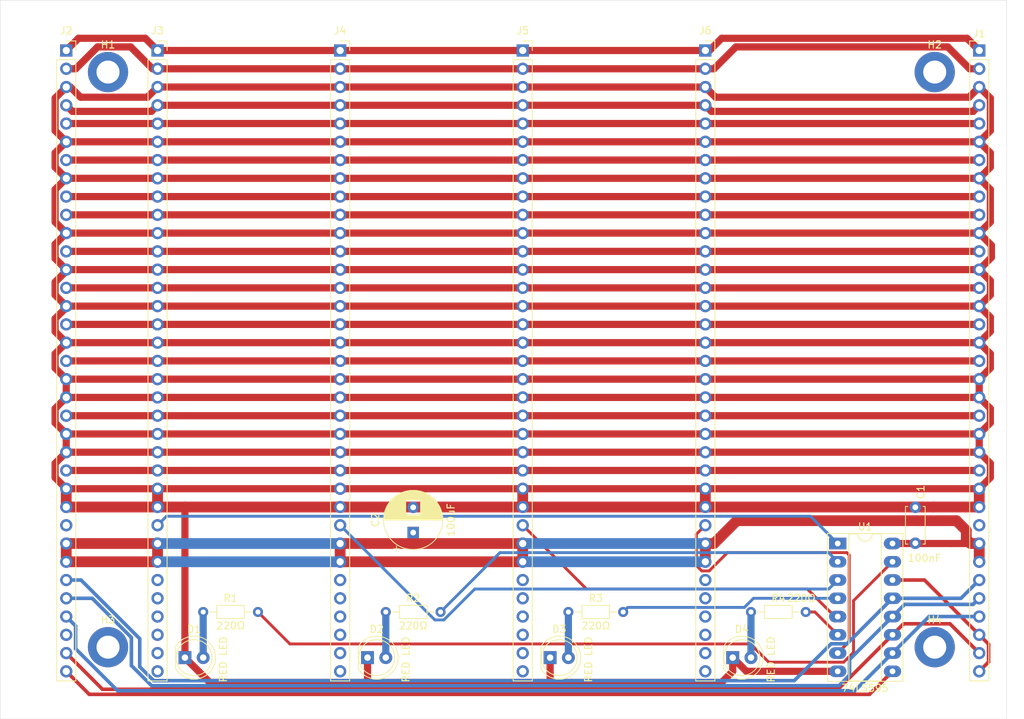
<source format=kicad_pcb>
(kicad_pcb (version 20240108) (generator "pcbnew") (generator_version "8.0")
  (layers (0 "F.Cu" signal) (31 "B.Cu" signal) (34 "B.Paste" user) (35 "F.Paste" user) (36 "B.SilkS" user "B.Silkscreen") (37 "F.SilkS" user "F.Silkscreen") (38 "B.Mask" user) (39 "F.Mask" user) (44 "Edge.Cuts" user))
  (net 0 "")
  (net 1 "+5V")
  (net 2 "GND")
  (net 3 "Net-(D1-A)")
  (net 4 "Net-(D2-A)")
  (net 5 "Net-(D3-A)")
  (net 6 "Net-(D4-A)")
  (net 7 "/V_G")
  (net 8 "/SV_L")
  (net 10 "/RCLK")
  (net 11 "/R_AUD")
  (net 12 "/L_AUD")
  (net 13 "Net-(J1-Pin_30)")
  (net 14 "/Comp")
  (net 15 "/V_B")
  (net 16 "/SV_Y")
  (net 17 "/CV_Pb")
  (net 19 "/CV_Y")
  (net 20 "/CV_Pr")
  (net 21 "/V_H")
  (net 22 "/V_V")
  (net 23 "/~{SRCLR}")
  (net 24 "/SRCLK")
  (net 25 "/V_R")
  (net 29 "/SER")
  (net 33 "Net-(J3-Pin_27)")
  (net 36 "Net-(J4-Pin_27)")
  (net 38 "Net-(U1-QA)")
  (net 39 "Net-(U1-QC)")
  (net 40 "Net-(U1-QE)")
  (net 41 "Net-(U1-QG)")
  (net 46 "Net-(J5-Pin_27)")
  (net 58 "Net-(J6-Pin_27)")
  (net 60 "Net-(J2-Pin_35)")
  (footprint "Connector_PinSocket_2.54mm:PinSocket_1x35_P2.54mm_Vertical" (layer "F.Cu") (at 170.815 38.1)
    (property "Reference" "J6")
    (property "Value" "Conn_01x35_Socket")
  )
  (footprint "Resistor_THT:R_Axial_DIN0204_L3.6mm_D1.6mm_P7.62mm_Horizontal" (layer "F.Cu") (at 151.765 116.205)
    (property "Reference" "R3")
    (property "Value" "220Ω")
  )
  (footprint "Connector_PinSocket_2.54mm:PinSocket_1x35_P2.54mm_Vertical" (layer "F.Cu") (at 94.615 38.1)
    (property "Reference" "J3")
    (property "Value" "Conn_01x35_Socket")
  )
  (footprint "Capacitor_THT:CP_Radial_D8.0mm_P3.50mm" (layer "F.Cu") (at 130.175 105.157651 90)
    (property "Reference" "C2")
    (property "Value" "100uF")
  )
  (footprint "Connector_PinSocket_2.54mm:PinSocket_1x35_P2.54mm_Vertical" (layer "F.Cu") (at 81.915 38.1)
    (property "Reference" "J2")
    (property "Value" "Conn_01x35_Socket")
  )
  (footprint "Package_DIP:DIP-16_W7.62mm_Socket_LongPads" (layer "F.Cu") (at 189.23 106.68)
    (property "Reference" "U1")
    (property "Value" "74LS595")
  )
  (footprint "Capacitor_THT:C_Disc_D5.0mm_W2.5mm_P5.00mm" (layer "F.Cu") (at 200.025 106.64 90)
    (property "Reference" "C1")
    (property "Value" "100nF")
  )
  (footprint "Resistor_THT:R_Axial_DIN0204_L3.6mm_D1.6mm_P7.62mm_Horizontal" (layer "F.Cu") (at 100.965 116.205)
    (property "Reference" "R1")
    (property "Value" "220Ω")
  )
  (footprint "MountingHole:MountingHole_3.2mm_M3_DIN965_Pad" (layer "F.Cu") (at 202.725 41.1)
    (property "Reference" "H2")
    (property "Value" "MountingHole_M3.2")
  )
  (footprint "MountingHole:MountingHole_3.2mm_M3_DIN965_Pad" (layer "F.Cu") (at 202.725 121.1)
    (property "Reference" "H4")
    (property "Value" "MountingHole_M3.2")
  )
  (footprint "Connector_PinHeader_2.54mm:PinHeader_1x35_P2.54mm_Vertical" (layer "F.Cu") (at 208.915 38.1)
    (property "Reference" "J1")
    (property "Value" "Conn_01x35_Pin")
  )
  (footprint "LED_THT:LED_D5.0mm" (layer "F.Cu") (at 98.425 122.555)
    (property "Reference" "D1")
    (property "Value" "RED LED")
  )
  (footprint "Resistor_THT:R_Axial_DIN0204_L3.6mm_D1.6mm_P7.62mm_Horizontal" (layer "F.Cu") (at 126.365 116.205)
    (property "Reference" "R2")
    (property "Value" "220Ω")
  )
  (footprint "LED_THT:LED_D5.0mm" (layer "F.Cu") (at 174.625 122.555)
    (property "Reference" "D4")
    (property "Value" "RED LED")
  )
  (footprint "LED_THT:LED_D5.0mm" (layer "F.Cu") (at 149.225 122.555)
    (property "Reference" "D3")
    (property "Value" "RED LED")
  )
  (footprint "MountingHole:MountingHole_3.2mm_M3_DIN965_Pad" (layer "F.Cu") (at 87.725 41.1)
    (property "Reference" "H1")
    (property "Value" "MountingHole_M3.2")
  )
  (footprint "LED_THT:LED_D5.0mm" (layer "F.Cu") (at 123.825 122.555)
    (property "Reference" "D2")
    (property "Value" "RED LED")
  )
  (footprint "MountingHole:MountingHole_3.2mm_M3_DIN965_Pad" (layer "F.Cu") (at 87.725 121.1)
    (property "Reference" "H3")
    (property "Value" "MountingHole_M3.2")
  )
  (footprint "Resistor_THT:R_Axial_DIN0204_L3.6mm_D1.6mm_P7.62mm_Horizontal" (layer "F.Cu") (at 177.165 116.205)
    (property "Reference" "R4")
    (property "Value" "220Ω")
  )
  (footprint "Connector_PinSocket_2.54mm:PinSocket_1x35_P2.54mm_Vertical" (layer "F.Cu") (at 145.415 38.1)
    (property "Reference" "J5")
    (property "Value" "Conn_01x35_Socket")
  )
  (footprint "Connector_PinSocket_2.54mm:PinSocket_1x35_P2.54mm_Vertical" (layer "F.Cu") (at 120.015 38.1)
    (property "Reference" "J4")
    (property "Value" "Conn_01x35_Socket")
  )
  (gr_rect (start 72.725 31.1) (end 212.725 131.1) (stroke (width 0.05)) (fill none) (layer "Edge.Cuts"))
  (segment (start 81.915 109.22) (end 94.615 109.22) (width 1.5) (layer "F.Cu") (net 1))
  (segment (start 145.415 106.68) (end 145.415 109.22) (width 1.5) (layer "F.Cu") (net 1))
  (segment (start 130.175 106.68) (end 130.175 105.157651) (width 1.5) (layer "F.Cu") (net 1))
  (segment (start 120.015 106.68) (end 120.015 109.22) (width 1.5) (layer "F.Cu") (net 1))
  (segment (start 207.712919 106.68) (end 208.915 106.68) (width 1.5) (layer "F.Cu") (net 1))
  (segment (start 207.115 106.082081) (end 207.712919 106.68) (width 1.5) (layer "F.Cu") (net 1))
  (segment (start 175.192081 103.505) (end 205.74 103.505) (width 1.5) (layer "F.Cu") (net 1))
  (segment (start 205.105 106.68) (end 208.915 106.68) (width 1) (layer "F.Cu") (net 1))
  (segment (start 120.015 106.68) (end 130.175 106.68) (width 1.5) (layer "F.Cu") (net 1))
  (segment (start 208.915 106.68) (end 208.915 109.22) (width 1.5) (layer "F.Cu") (net 1))
  (segment (start 81.915 106.68) (end 81.915 109.22) (width 1.5) (layer "F.Cu") (net 1))
  (segment (start 172.017081 106.68) (end 175.192081 103.505) (width 1.5) (layer "F.Cu") (net 1))
  (segment (start 205.105 106.68) (end 196.85 106.68) (width 1) (layer "F.Cu") (net 1))
  (segment (start 170.815 106.68) (end 172.017081 106.68) (width 1.5) (layer "F.Cu") (net 1))
  (segment (start 120.015 109.22) (end 145.415 109.22) (width 1.5) (layer "F.Cu") (net 1))
  (segment (start 205.74 103.505) (end 207.115 104.88) (width 1.5) (layer "F.Cu") (net 1))
  (segment (start 81.915 106.68) (end 94.615 106.68) (width 1.5) (layer "F.Cu") (net 1))
  (segment (start 170.815 106.68) (end 170.815 109.22) (width 1.5) (layer "F.Cu") (net 1))
  (segment (start 207.115 104.88) (end 207.115 106.082081) (width 1.5) (layer "F.Cu") (net 1))
  (segment (start 94.615 106.68) (end 94.615 109.22) (width 1.5) (layer "F.Cu") (net 1))
  (segment (start 130.175 106.68) (end 145.415 106.68) (width 1.5) (layer "F.Cu") (net 1))
  (segment (start 145.415 106.68) (end 170.815 106.68) (width 1.5) (layer "B.Cu") (net 1))
  (segment (start 94.615 106.68) (end 120.015 106.68) (width 1.5) (layer "B.Cu") (net 1))
  (segment (start 94.615 109.22) (end 120.015 109.22) (width 1.5) (layer "B.Cu") (net 1))
  (segment (start 145.415 109.22) (end 170.815 109.22) (width 1.5) (layer "B.Cu") (net 1))
  (segment (start 210.465 77.19) (end 210.465 75.21) (width 1) (layer "F.Cu") (net 2))
  (segment (start 80.365 97.51) (end 81.915 99.06) (width 1) (layer "F.Cu") (net 2))
  (segment (start 210.465 87.91) (end 208.915 86.36) (width 1) (layer "F.Cu") (net 2))
  (segment (start 80.365 65.05) (end 80.365 67.03) (width 1) (layer "F.Cu") (net 2))
  (segment (start 172.235 44.6) (end 170.815 43.18) (width 1) (layer "F.Cu") (net 2))
  (segment (start 80.365 57.43) (end 80.365 61.95) (width 1) (layer "F.Cu") (net 2))
  (segment (start 81.915 55.88) (end 80.365 57.43) (width 1) (layer "F.Cu") (net 2))
  (segment (start 149.225 122.555) (end 149.225 126.01) (width 1) (layer "F.Cu") (net 2))
  (segment (start 80.365 54.33) (end 81.915 55.88) (width 1) (layer "F.Cu") (net 2))
  (segment (start 201.041 101.6) (end 170.815 101.6) (width 1.5) (layer "F.Cu") (net 2))
  (segment (start 81.915 73.853) (end 80.365 75.403) (width 1) (layer "F.Cu") (net 2))
  (segment (start 208.915 99.06) (end 210.465 97.51) (width 1) (layer "F.Cu") (net 2))
  (segment (start 81.915 73.66) (end 208.915 73.66) (width 1) (layer "F.Cu") (net 2))
  (segment (start 80.365 49.25) (end 81.915 50.8) (width 1) (layer "F.Cu") (net 2))
  (segment (start 210.465 97.51) (end 210.465 95.53) (width 1) (layer "F.Cu") (net 2))
  (segment (start 94.615 43.18) (end 170.815 43.18) (width 1) (layer "F.Cu") (net 2))
  (segment (start 82.484 43.18) (end 83.904 44.6) (width 1) (layer "F.Cu") (net 2))
  (segment (start 210.610024 66.884976) (end 210.610024 65.195024) (width 1) (layer "F.Cu") (net 2))
  (segment (start 94.615 101.6) (end 81.915 101.6) (width 1.5) (layer "F.Cu") (net 2))
  (segment (start 208.915 63.5) (end 210.465 61.95) (width 1) (layer "F.Cu") (net 2))
  (segment (start 80.365 67.03) (end 81.915 68.58) (width 1) (layer "F.Cu") (net 2))
  (segment (start 210.465 54.33) (end 210.465 52.35) (width 1) (layer "F.Cu") (net 2))
  (segment (start 210.465 89.89) (end 210.465 87.91) (width 1) (layer "F.Cu") (net 2))
  (segment (start 123.825 122.555) (end 123.825 126.01) (width 1) (layer "F.Cu") (net 2))
  (segment (start 208.915 68.58) (end 210.610024 66.884976) (width 1) (layer "F.Cu") (net 2))
  (segment (start 81.915 78.74) (end 208.915 78.74) (width 1) (layer "F.Cu") (net 2))
  (segment (start 81.915 83.82) (end 208.915 83.82) (width 1) (layer "F.Cu") (net 2))
  (segment (start 208.915 101.6) (end 208.915 99.06) (width 1.5) (layer "F.Cu") (net 2))
  (segment (start 210.465 80.29) (end 208.915 78.74) (width 1) (layer "F.Cu") (net 2))
  (segment (start 80.365 80.29) (end 80.365 82.27) (width 1) (layer "F.Cu") (net 2))
  (segment (start 93.195 44.6) (end 94.615 43.18) (width 1) (layer "F.Cu") (net 2))
  (segment (start 80.365 61.95) (end 81.915 63.5) (width 1) (layer "F.Cu") (net 2))
  (segment (start 208.915 83.82) (end 210.465 82.27) (width 1) (layer "F.Cu") (net 2))
  (segment (start 80.365 82.27) (end 81.915 83.82) (width 1) (layer "F.Cu") (net 2))
  (segment (start 81.915 78.74) (end 80.365 80.29) (width 1) (layer "F.Cu") (net 2))
  (segment (start 208.915 78.74) (end 210.465 77.19) (width 1) (layer "F.Cu") (net 2))
  (segment (start 81.915 93.98) (end 208.915 93.98) (width 1) (layer "F.Cu") (net 2))
  (segment (start 210.465 49.25) (end 210.465 44.73) (width 1) (layer "F.Cu") (net 2))
  (segment (start 81.915 99.06) (end 208.915 99.06) (width 1) (layer "F.Cu") (net 2))
  (segment (start 208.915 73.66) (end 210.465 72.11) (width 1) (layer "F.Cu") (net 2))
  (segment (start 170.815 101.6) (end 145.415 101.6) (width 1.5) (layer "F.Cu") (net 2))
  (segment (start 208.915 63.5) (end 81.915 63.5) (width 1) (layer "F.Cu") (net 2))
  (segment (start 81.915 63.5) (end 80.365 65.05) (width 1) (layer "F.Cu") (net 2))
  (segment (start 81.915 83.82) (end 81.915 86.36) (width 1) (layer "F.Cu") (net 2))
  (segment (start 81.915 43.18) (end 80.365 44.73) (width 1) (layer "F.Cu") (net 2))
  (segment (start 208.915 91.44) (end 81.915 91.44) (width 1) (layer "F.Cu") (net 2))
  (segment (start 174.625 124.455) (end 174.625 122.555) (width 1) (layer "F.Cu") (net 2))
  (segment (start 101.88 126.01) (end 123.825 126.01) (width 1) (layer "F.Cu") (net 2))
  (segment (start 81.915 73.66) (end 81.915 73.853) (width 1) (layer "F.Cu") (net 2))
  (segment (start 149.225 126.01) (end 173.07 126.01) (width 1) (layer "F.Cu") (net 2))
  (segment (start 81.915 50.8) (end 80.365 52.35) (width 1) (layer "F.Cu") (net 2))
  (segment (start 123.825 126.01) (end 149.225 126.01) (width 1) (layer "F.Cu") (net 2))
  (segment (start 80.365 77.19) (end 81.915 78.74) (width 1) (layer "F.Cu") (net 2))
  (segment (start 80.365 87.91) (end 80.365 89.89) (width 1) (layer "F.Cu") (net 2))
  (segment (start 208.915 50.8) (end 210.465 49.25) (width 1) (layer "F.Cu") (net 2))
  (segment (start 81.915 86.36) (end 80.365 87.91) (width 1) (layer "F.Cu") (net 2))
  (segment (start 81.915 91.44) (end 81.915 93.98) (width 1) (layer "F.Cu") (net 2))
  (segment (start 210.465 70.13) (end 208.915 68.58) (width 1) (layer "F.Cu") (net 2))
  (segment (start 210.465 82.27) (end 210.465 80.29) (width 1) (layer "F.Cu") (net 2))
  (segment (start 208.915 86.36) (end 208.915 83.82) (width 1) (layer "F.Cu") (net 2))
  (segment (start 81.915 101.6) (end 81.915 99.06) (width 1.5) (layer "F.Cu") (net 2))
  (segment (start 120.015 101.6) (end 98.425 101.6) (width 1.5) (layer "F.Cu") (net 2))
  (segment (start 80.365 44.73) (end 80.365 49.25) (width 1) (layer "F.Cu") (net 2))
  (segment (start 81.915 68.58) (end 208.915 68.58) (width 1) (layer "F.Cu") (net 2))
  (segment (start 210.465 72.11) (end 210.465 70.13) (width 1) (layer "F.Cu") (net 2))
  (segment (start 207.495 44.6) (end 172.235 44.6) (width 1) (layer "F.Cu") (net 2))
  (segment (start 208.915 55.88) (end 81.915 55.88) (width 1) (layer "F.Cu") (net 2))
  (segment (start 202.565 101.6) (end 201.041 101.6) (width 1.5) (layer "F.Cu") (net 2))
  (segment (start 145.415 101.6) (end 120.015 101.6) (width 1.5) (layer "F.Cu") (net 2))
  (segment (start 81.915 43.18) (end 82.484 43.18) (width 1) (layer "F.Cu") (net 2))
  (segment (start 210.465 75.21) (end 208.915 73.66) (width 1) (layer "F.Cu") (net 2))
  (segment (start 210.465 61.95) (end 210.465 57.43) (width 1) (layer "F.Cu") (net 2))
  (segment (start 210.465 95.53) (end 208.915 93.98) (width 1) (layer "F.Cu") (net 2))
  (segment (start 145.415 99.06) (end 145.415 101.6) (width 1.5) (layer "F.Cu") (net 2))
  (segment (start 80.365 72.11) (end 81.915 73.66) (width 1) (layer "F.Cu") (net 2))
  (segment (start 81.915 68.773) (end 80.365 70.323) (width 1) (layer "F.Cu") (net 2))
  (segment (start 80.365 95.53) (end 80.365 97.51) (width 1) (layer "F.Cu") (net 2))
  (segment (start 98.425 101.6) (end 94.615 101.6) (width 1.5) (layer "F.Cu") (net 2))
  (segment (start 80.365 52.35) (end 80.365 54.33) (width 1) (layer "F.Cu") (net 2))
  (segment (start 80.365 70.323) (end 80.365 72.11) (width 1) (layer "F.Cu") (net 2))
  (segment (start 208.915 93.98) (end 208.915 91.44) (width 1) (layer "F.Cu") (net 2))
  (segment (start 208.915 101.6) (end 202.565 101.6) (width 1.5) (layer "F.Cu") (net 2))
  (segment (start 170.815 101.6) (end 170.815 99.06) (width 1.5) (layer "F.Cu") (net 2))
  (segment (start 81.915 68.58) (end 81.915 68.773) (width 1) (layer "F.Cu") (net 2))
  (segment (start 80.365 75.403) (end 80.365 77.19) (width 1) (layer "F.Cu") (net 2))
  (segment (start 98.425 122.555) (end 98.425 101.6) (width 1) (layer "F.Cu") (net 2))
  (segment (start 210.465 44.73) (end 208.915 43.18) (width 1) (layer "F.Cu") (net 2))
  (segment (start 189.23 124.46) (end 176.53 124.46) (width 1) (layer "F.Cu") (net 2))
  (segment (start 210.465 57.43) (end 208.915 55.88) (width 1) (layer "F.Cu") (net 2))
  (segment (start 208.915 55.88) (end 210.465 54.33) (width 1) (layer "F.Cu") (net 2))
  (segment (start 173.07 126.01) (end 174.625 124.455) (width 1) (layer "F.Cu") (net 2))
  (segment (start 81.915 93.98) (end 80.365 95.53) (width 1) (layer "F.Cu") (net 2))
  (segment (start 208.915 43.18) (end 207.495 44.6) (width 1) (layer "F.Cu") (net 2))
  (segment (start 98.425 122.555) (end 101.88 126.01) (width 1) (layer "F.Cu") (net 2))
  (segment (start 208.915 91.44) (end 210.465 89.89) (width 1) (layer "F.Cu") (net 2))
  (segment (start 176.53 124.46) (end 174.625 122.555) (width 1) (layer "F.Cu") (net 2))
  (segment (start 210.465 52.35) (end 208.915 50.8) (width 1) (layer "F.Cu") (net 2))
  (segment (start 80.365 89.89) (end 81.915 91.44) (width 1) (layer "F.Cu") (net 2))
  (segment (start 83.904 44.6) (end 93.195 44.6) (width 1) (layer "F.Cu") (net 2))
  (segment (start 210.610024 65.195024) (end 208.915 63.5) (width 1) (layer "F.Cu") (net 2))
  (segment (start 208.915 86.36) (end 81.915 86.36) (width 1) (layer "F.Cu") (net 2))
  (segment (start 94.615 101.6) (end 94.615 99.06) (width 1.5) (layer "F.Cu") (net 2))
  (segment (start 208.915 50.8) (end 81.915 50.8) (width 1) (layer "F.Cu") (net 2))
  (segment (start 100.965 122.555) (end 100.965 116.205) (width 1) (layer "B.Cu") (net 3))
  (segment (start 126.365 122.555) (end 126.365 116.205) (width 1) (layer "B.Cu") (net 4))
  (segment (start 151.765 122.555) (end 151.765 116.205) (width 1) (layer "B.Cu") (net 5))
  (segment (start 177.165 122.555) (end 177.165 116.205) (width 1) (layer "B.Cu") (net 6))
  (segment (start 81.915 66.04) (end 208.915 66.04) (width 1) (layer "F.Cu") (net 7))
  (segment (start 81.915 45.72) (end 82.765 46.57) (width 1) (layer "F.Cu") (net 8))
  (segment (start 171.665 46.57) (end 208.065 46.57) (width 1) (layer "F.Cu") (net 8))
  (segment (start 94.615 45.72) (end 170.815 45.72) (width 1) (layer "F.Cu") (net 8))
  (segment (start 208.065 46.57) (end 208.915 45.72) (width 1) (layer "F.Cu") (net 8))
  (segment (start 82.765 46.57) (end 93.765 46.57) (width 1) (layer "F.Cu") (net 8))
  (segment (start 170.815 45.72) (end 171.665 46.57) (width 1) (layer "F.Cu") (net 8))
  (segment (start 93.765 46.57) (end 94.615 45.72) (width 1) (layer "F.Cu") (net 8))
  (segment (start 90.975 119.753805) (end 85.521195 114.3) (width 0.5) (layer "B.Cu") (net 10))
  (segment (start 93.786572 126.46) (end 90.975 123.648428) (width 0.5) (layer "B.Cu") (net 10))
  (segment (start 208.065 115.15) (end 208.915 114.3) (width 0.5) (layer "B.Cu") (net 10))
  (segment (start 189.397767 126.46) (end 93.786572 126.46) (width 0.5) (layer "B.Cu") (net 10))
  (segment (start 196.85 116.84) (end 198.54 115.15) (width 0.5) (layer "B.Cu") (net 10))
  (segment (start 85.521195 114.3) (end 81.915 114.3) (width 0.5) (layer "B.Cu") (net 10))
  (segment (start 190.88 124.977767) (end 189.397767 126.46) (width 0.5) (layer "B.Cu") (net 10))
  (segment (start 196.85 116.84) (end 190.88 122.81) (width 0.5) (layer "B.Cu") (net 10))
  (segment (start 190.88 122.81) (end 190.88 124.977767) (width 0.5) (layer "B.Cu") (net 10))
  (segment (start 198.54 115.15) (end 208.065 115.15) (width 0.5) (layer "B.Cu") (net 10))
  (segment (start 90.975 123.648428) (end 90.975 119.753805) (width 0.5) (layer "B.Cu") (net 10))
  (segment (start 208.915 96.52) (end 81.915 96.52) (width 1) (layer "F.Cu") (net 11))
  (segment (start 81.915 88.9) (end 208.915 88.9) (width 1) (layer "F.Cu") (net 12))
  (segment (start 92.14 119.928855) (end 83.971145 111.76) (width 0.5) (layer "B.Cu") (net 13))
  (segment (start 196.85 114.3) (end 190.52 120.63) (width 0.5) (layer "B.Cu") (net 13))
  (segment (start 183.182233 125.76) (end 94.076522 125.76) (width 0.5) (layer "B.Cu") (net 13))
  (segment (start 83.971145 111.76) (end 81.915 111.76) (width 0.5) (layer "B.Cu") (net 13))
  (segment (start 196.85 114.3) (end 206.375 114.3) (width 0.5) (layer "B.Cu") (net 13))
  (segment (start 190.52 120.63) (end 188.312233 120.63) (width 0.5) (layer "B.Cu") (net 13))
  (segment (start 206.375 114.3) (end 208.915 111.76) (width 0.5) (layer "B.Cu") (net 13))
  (segment (start 92.14 123.823478) (end 92.14 119.928855) (width 0.5) (layer "B.Cu") (net 13))
  (segment (start 94.076522 125.76) (end 92.14 123.823478) (width 0.5) (layer "B.Cu") (net 13))
  (segment (start 188.312233 120.63) (end 183.182233 125.76) (width 0.5) (layer "B.Cu") (net 13))
  (segment (start 207.215 36.4) (end 208.915 38.1) (width 1) (layer "F.Cu") (net 14))
  (segment (start 170.815 38.1) (end 171.389 38.1) (width 1) (layer "F.Cu") (net 14))
  (segment (start 94.615 38.1) (end 170.815 38.1) (width 1) (layer "F.Cu") (net 14))
  (segment (start 81.915 38.1) (end 83.615 36.4) (width 1) (layer "F.Cu") (net 14))
  (segment (start 83.615 36.4) (end 92.915 36.4) (width 1) (layer "F.Cu") (net 14))
  (segment (start 171.389 38.1) (end 173.089 36.4) (width 1) (layer "F.Cu") (net 14))
  (segment (start 173.089 36.4) (end 207.215 36.4) (width 1) (layer "F.Cu") (net 14))
  (segment (start 92.915 36.4) (end 94.615 38.1) (width 1) (layer "F.Cu") (net 14))
  (segment (start 81.915 71.12) (end 208.915 71.12) (width 1) (layer "F.Cu") (net 15))
  (segment (start 204.539 37.6) (end 207.579 40.64) (width 1) (layer "F.Cu") (net 16))
  (segment (start 93.914 40.64) (end 94.615 40.64) (width 1) (layer "F.Cu") (net 16))
  (segment (start 86.275252 37.6) (end 90.874 37.6) (width 1) (layer "F.Cu") (net 16))
  (segment (start 90.874 37.6) (end 93.914 40.64) (width 1) (layer "F.Cu") (net 16))
  (segment (start 207.579 40.64) (end 208.915 40.64) (width 1) (layer "F.Cu") (net 16))
  (segment (start 83.235252 40.64) (end 86.275252 37.6) (width 1) (layer "F.Cu") (net 16))
  (segment (start 175.064 37.6) (end 204.539 37.6) (width 1) (layer "F.Cu") (net 16))
  (segment (start 81.915 40.64) (end 83.235252 40.64) (width 1) (layer "F.Cu") (net 16))
  (segment (start 170.815 40.64) (end 94.615 40.64) (width 1) (layer "F.Cu") (net 16))
  (segment (start 172.024 40.64) (end 175.064 37.6) (width 1) (layer "F.Cu") (net 16))
  (segment (start 170.815 40.64) (end 172.024 40.64) (width 1) (layer "F.Cu") (net 16))
  (segment (start 81.915 53.34) (end 208.915 53.34) (width 1) (layer "F.Cu") (net 17))
  (segment (start 81.915 48.26) (end 208.915 48.26) (width 1) (layer "F.Cu") (net 19))
  (segment (start 81.915 58.42) (end 208.915 58.42) (width 1) (layer "F.Cu") (net 20))
  (segment (start 81.915 76.2) (end 208.915 76.2) (width 1) (layer "F.Cu") (net 21))
  (segment (start 208.915 81.28) (end 81.915 81.28) (width 1) (layer "F.Cu") (net 22))
  (segment (start 83.215 118.14) (end 81.915 116.84) (width 0.5) (layer "B.Cu") (net 23))
  (segment (start 89.06 127.16) (end 83.215 121.315) (width 0.5) (layer "B.Cu") (net 23))
  (segment (start 83.215 121.315) (end 83.215 118.14) (width 0.5) (layer "B.Cu") (net 23))
  (segment (start 196.85 121.92) (end 191.61 127.16) (width 0.5) (layer "B.Cu") (net 23))
  (segment (start 201.93 116.84) (end 196.85 121.92) (width 0.5) (layer "B.Cu") (net 23))
  (segment (start 191.61 127.16) (end 89.06 127.16) (width 0.5) (layer "B.Cu") (net 23))
  (segment (start 208.915 116.84) (end 201.93 116.84) (width 0.5) (layer "B.Cu") (net 23))
  (segment (start 198.38 117.85) (end 196.85 119.38) (width 0.5) (layer "F.Cu") (net 24))
  (segment (start 208.915 121.92) (end 204.845 117.85) (width 0.5) (layer "F.Cu") (net 24))
  (segment (start 86.955 126.96) (end 81.915 121.92) (width 0.5) (layer "F.Cu") (net 24))
  (segment (start 204.845 117.85) (end 198.38 117.85) (width 0.5) (layer "F.Cu") (net 24))
  (segment (start 189.27 126.96) (end 86.955 126.96) (width 0.5) (layer "F.Cu") (net 24))
  (segment (start 196.85 119.38) (end 189.27 126.96) (width 0.5) (layer "F.Cu") (net 24))
  (segment (start 81.915 60.96) (end 208.915 60.96) (width 1) (layer "F.Cu") (net 25))
  (segment (start 210.215 120.68) (end 208.915 119.38) (width 0.5) (layer "F.Cu") (net 29))
  (segment (start 210.215 123.16) (end 210.215 120.68) (width 0.5) (layer "F.Cu") (net 29))
  (segment (start 208.915 124.46) (end 210.215 123.16) (width 0.5) (layer "F.Cu") (net 29))
  (segment (start 201.295 111.76) (end 196.85 111.76) (width 0.5) (layer "F.Cu") (net 29))
  (segment (start 208.915 119.38) (end 201.295 111.76) (width 0.5) (layer "F.Cu") (net 29))
  (segment (start 185.44 102.89) (end 95.865 102.89) (width 0.4) (layer "B.Cu") (net 33))
  (segment (start 189.23 106.68) (end 185.44 102.89) (width 0.4) (layer "B.Cu") (net 33))
  (segment (start 95.865 102.89) (end 94.615 104.14) (width 0.4) (layer "B.Cu") (net 33))
  (segment (start 189.23 111.76) (end 187.98 113.01) (width 0.4) (layer "B.Cu") (net 36))
  (segment (start 187.98 113.01) (end 138.735635 113.01) (width 0.4) (layer "B.Cu") (net 36))
  (segment (start 133.18 117.305) (end 120.015 104.14) (width 0.4) (layer "B.Cu") (net 36))
  (segment (start 134.440635 117.305) (end 133.18 117.305) (width 0.4) (layer "B.Cu") (net 36))
  (segment (start 138.735635 113.01) (end 134.440635 117.305) (width 0.4) (layer "B.Cu") (net 36))
  (segment (start 177.098478 120.65) (end 113.03 120.65) (width 0.4) (layer "F.Cu") (net 38))
  (segment (start 191.43 121.817056) (end 190.057056 123.19) (width 0.4) (layer "F.Cu") (net 38))
  (segment (start 190.057056 123.19) (end 179.638478 123.19) (width 0.4) (layer "F.Cu") (net 38))
  (segment (start 191.43 114.64) (end 191.43 121.817056) (width 0.4) (layer "F.Cu") (net 38))
  (segment (start 179.638478 123.19) (end 177.098478 120.65) (width 0.4) (layer "F.Cu") (net 38))
  (segment (start 196.85 109.22) (end 191.43 114.64) (width 0.4) (layer "F.Cu") (net 38))
  (segment (start 113.03 120.65) (end 108.585 116.205) (width 0.4) (layer "F.Cu") (net 38))
  (segment (start 187.96 107.95) (end 142.24 107.95) (width 0.4) (layer "B.Cu") (net 39))
  (segment (start 189.23 109.22) (end 187.96 107.95) (width 0.4) (layer "B.Cu") (net 39))
  (segment (start 142.24 107.95) (end 133.985 116.205) (width 0.4) (layer "B.Cu") (net 39))
  (segment (start 160.02 115.57) (end 159.385 116.205) (width 0.4) (layer "B.Cu") (net 40))
  (segment (start 176.244365 115.57) (end 160.02 115.57) (width 0.4) (layer "B.Cu") (net 40))
  (segment (start 177.514365 114.3) (end 176.244365 115.57) (width 0.4) (layer "B.Cu") (net 40))
  (segment (start 189.23 114.3) (end 177.514365 114.3) (width 0.4) (layer "B.Cu") (net 40))
  (segment (start 189.23 119.38) (end 186.055 116.205) (width 0.4) (layer "F.Cu") (net 41))
  (segment (start 186.055 116.205) (end 184.785 116.205) (width 0.4) (layer "F.Cu") (net 41))
  (segment (start 185 113.01) (end 154.285 113.01) (width 0.4) (layer "F.Cu") (net 46))
  (segment (start 189.23 116.84) (end 188.83 116.84) (width 0.4) (layer "F.Cu") (net 46))
  (segment (start 188.83 116.84) (end 185 113.01) (width 0.4) (layer "F.Cu") (net 46))
  (segment (start 154.285 113.01) (end 145.415 104.14) (width 0.4) (layer "F.Cu") (net 46))
  (segment (start 190.83 108.28) (end 190.5 107.95) (width 0.4) (layer "F.Cu") (net 58))
  (segment (start 190.83 120.32) (end 190.83 108.28) (width 0.4) (layer "F.Cu") (net 58))
  (segment (start 171.352767 110.49) (end 170.317233 110.49) (width 0.4) (layer "F.Cu") (net 58))
  (segment (start 173.892767 107.95) (end 171.352767 110.49) (width 0.4) (layer "F.Cu") (net 58))
  (segment (start 169.565 105.39) (end 170.815 104.14) (width 0.4) (layer "F.Cu") (net 58))
  (segment (start 169.565 109.737767) (end 169.565 105.39) (width 0.4) (layer "F.Cu") (net 58))
  (segment (start 190.5 107.95) (end 173.892767 107.95) (width 0.4) (layer "F.Cu") (net 58))
  (segment (start 170.317233 110.49) (end 169.565 109.737767) (width 0.4) (layer "F.Cu") (net 58))
  (segment (start 189.23 121.92) (end 190.83 120.32) (width 0.4) (layer "F.Cu") (net 58))
  (segment (start 85.115 127.66) (end 81.915 124.46) (width 0.5) (layer "F.Cu") (net 60))
  (segment (start 196.85 124.46) (end 193.65 127.66) (width 0.5) (layer "F.Cu") (net 60))
  (segment (start 193.65 127.66) (end 85.115 127.66) (width 0.5) (layer "F.Cu") (net 60))
)
</source>
